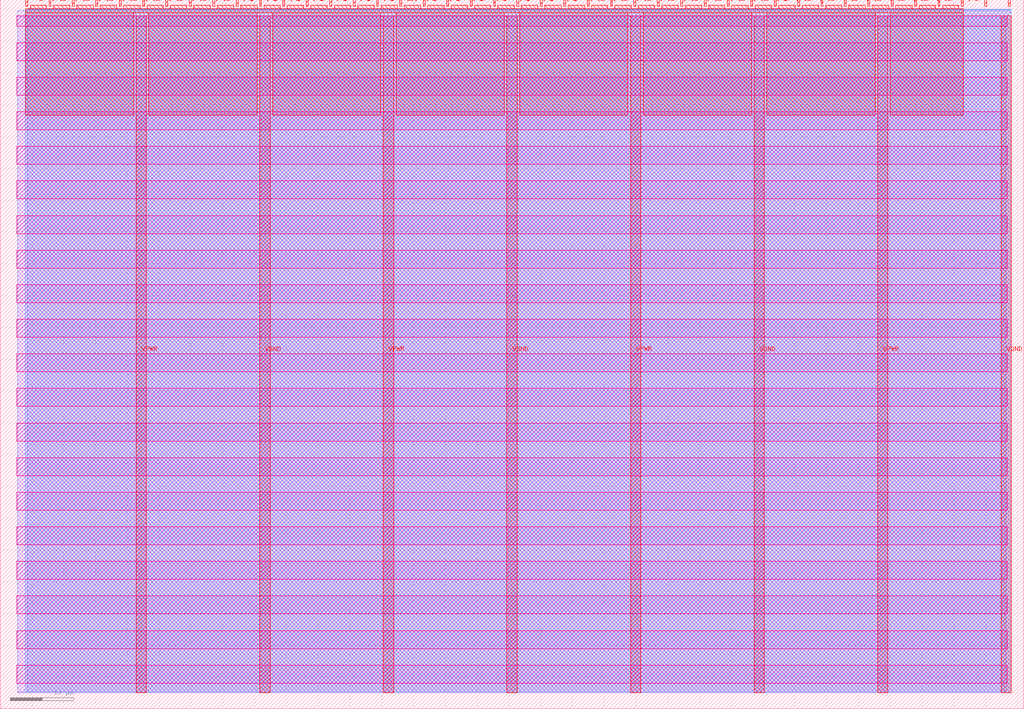
<source format=lef>
VERSION 5.7 ;
  NOWIREEXTENSIONATPIN ON ;
  DIVIDERCHAR "/" ;
  BUSBITCHARS "[]" ;
MACRO tt_um_BoothMulti_hhrb98
  CLASS BLOCK ;
  FOREIGN tt_um_BoothMulti_hhrb98 ;
  ORIGIN 0.000 0.000 ;
  SIZE 161.000 BY 111.520 ;
  PIN VGND
    DIRECTION INOUT ;
    USE GROUND ;
    PORT
      LAYER met4 ;
        RECT 40.830 2.480 42.430 109.040 ;
    END
    PORT
      LAYER met4 ;
        RECT 79.700 2.480 81.300 109.040 ;
    END
    PORT
      LAYER met4 ;
        RECT 118.570 2.480 120.170 109.040 ;
    END
    PORT
      LAYER met4 ;
        RECT 157.440 2.480 159.040 109.040 ;
    END
  END VGND
  PIN VPWR
    DIRECTION INOUT ;
    USE POWER ;
    PORT
      LAYER met4 ;
        RECT 21.395 2.480 22.995 109.040 ;
    END
    PORT
      LAYER met4 ;
        RECT 60.265 2.480 61.865 109.040 ;
    END
    PORT
      LAYER met4 ;
        RECT 99.135 2.480 100.735 109.040 ;
    END
    PORT
      LAYER met4 ;
        RECT 138.005 2.480 139.605 109.040 ;
    END
  END VPWR
  PIN clk
    DIRECTION INPUT ;
    USE SIGNAL ;
    PORT
      LAYER met4 ;
        RECT 154.870 110.520 155.170 111.520 ;
    END
  END clk
  PIN ena
    DIRECTION INPUT ;
    USE SIGNAL ;
    PORT
      LAYER met4 ;
        RECT 158.550 110.520 158.850 111.520 ;
    END
  END ena
  PIN rst_n
    DIRECTION INPUT ;
    USE SIGNAL ;
    ANTENNAGATEAREA 0.126000 ;
    PORT
      LAYER met4 ;
        RECT 151.190 110.520 151.490 111.520 ;
    END
  END rst_n
  PIN ui_in[0]
    DIRECTION INPUT ;
    USE SIGNAL ;
    ANTENNAGATEAREA 0.213000 ;
    PORT
      LAYER met4 ;
        RECT 147.510 110.520 147.810 111.520 ;
    END
  END ui_in[0]
  PIN ui_in[1]
    DIRECTION INPUT ;
    USE SIGNAL ;
    ANTENNAGATEAREA 0.213000 ;
    PORT
      LAYER met4 ;
        RECT 143.830 110.520 144.130 111.520 ;
    END
  END ui_in[1]
  PIN ui_in[2]
    DIRECTION INPUT ;
    USE SIGNAL ;
    ANTENNAGATEAREA 0.196500 ;
    PORT
      LAYER met4 ;
        RECT 140.150 110.520 140.450 111.520 ;
    END
  END ui_in[2]
  PIN ui_in[3]
    DIRECTION INPUT ;
    USE SIGNAL ;
    ANTENNAGATEAREA 0.196500 ;
    PORT
      LAYER met4 ;
        RECT 136.470 110.520 136.770 111.520 ;
    END
  END ui_in[3]
  PIN ui_in[4]
    DIRECTION INPUT ;
    USE SIGNAL ;
    ANTENNAGATEAREA 0.196500 ;
    PORT
      LAYER met4 ;
        RECT 132.790 110.520 133.090 111.520 ;
    END
  END ui_in[4]
  PIN ui_in[5]
    DIRECTION INPUT ;
    USE SIGNAL ;
    ANTENNAGATEAREA 0.213000 ;
    PORT
      LAYER met4 ;
        RECT 129.110 110.520 129.410 111.520 ;
    END
  END ui_in[5]
  PIN ui_in[6]
    DIRECTION INPUT ;
    USE SIGNAL ;
    ANTENNAGATEAREA 0.213000 ;
    PORT
      LAYER met4 ;
        RECT 125.430 110.520 125.730 111.520 ;
    END
  END ui_in[6]
  PIN ui_in[7]
    DIRECTION INPUT ;
    USE SIGNAL ;
    ANTENNAGATEAREA 0.213000 ;
    PORT
      LAYER met4 ;
        RECT 121.750 110.520 122.050 111.520 ;
    END
  END ui_in[7]
  PIN uio_in[0]
    DIRECTION INPUT ;
    USE SIGNAL ;
    PORT
      LAYER met4 ;
        RECT 118.070 110.520 118.370 111.520 ;
    END
  END uio_in[0]
  PIN uio_in[1]
    DIRECTION INPUT ;
    USE SIGNAL ;
    PORT
      LAYER met4 ;
        RECT 114.390 110.520 114.690 111.520 ;
    END
  END uio_in[1]
  PIN uio_in[2]
    DIRECTION INPUT ;
    USE SIGNAL ;
    PORT
      LAYER met4 ;
        RECT 110.710 110.520 111.010 111.520 ;
    END
  END uio_in[2]
  PIN uio_in[3]
    DIRECTION INPUT ;
    USE SIGNAL ;
    PORT
      LAYER met4 ;
        RECT 107.030 110.520 107.330 111.520 ;
    END
  END uio_in[3]
  PIN uio_in[4]
    DIRECTION INPUT ;
    USE SIGNAL ;
    PORT
      LAYER met4 ;
        RECT 103.350 110.520 103.650 111.520 ;
    END
  END uio_in[4]
  PIN uio_in[5]
    DIRECTION INPUT ;
    USE SIGNAL ;
    PORT
      LAYER met4 ;
        RECT 99.670 110.520 99.970 111.520 ;
    END
  END uio_in[5]
  PIN uio_in[6]
    DIRECTION INPUT ;
    USE SIGNAL ;
    PORT
      LAYER met4 ;
        RECT 95.990 110.520 96.290 111.520 ;
    END
  END uio_in[6]
  PIN uio_in[7]
    DIRECTION INPUT ;
    USE SIGNAL ;
    PORT
      LAYER met4 ;
        RECT 92.310 110.520 92.610 111.520 ;
    END
  END uio_in[7]
  PIN uio_oe[0]
    DIRECTION OUTPUT TRISTATE ;
    USE SIGNAL ;
    ANTENNADIFFAREA 0.445500 ;
    PORT
      LAYER met4 ;
        RECT 29.750 110.520 30.050 111.520 ;
    END
  END uio_oe[0]
  PIN uio_oe[1]
    DIRECTION OUTPUT TRISTATE ;
    USE SIGNAL ;
    PORT
      LAYER met4 ;
        RECT 26.070 110.520 26.370 111.520 ;
    END
  END uio_oe[1]
  PIN uio_oe[2]
    DIRECTION OUTPUT TRISTATE ;
    USE SIGNAL ;
    PORT
      LAYER met4 ;
        RECT 22.390 110.520 22.690 111.520 ;
    END
  END uio_oe[2]
  PIN uio_oe[3]
    DIRECTION OUTPUT TRISTATE ;
    USE SIGNAL ;
    PORT
      LAYER met4 ;
        RECT 18.710 110.520 19.010 111.520 ;
    END
  END uio_oe[3]
  PIN uio_oe[4]
    DIRECTION OUTPUT TRISTATE ;
    USE SIGNAL ;
    PORT
      LAYER met4 ;
        RECT 15.030 110.520 15.330 111.520 ;
    END
  END uio_oe[4]
  PIN uio_oe[5]
    DIRECTION OUTPUT TRISTATE ;
    USE SIGNAL ;
    PORT
      LAYER met4 ;
        RECT 11.350 110.520 11.650 111.520 ;
    END
  END uio_oe[5]
  PIN uio_oe[6]
    DIRECTION OUTPUT TRISTATE ;
    USE SIGNAL ;
    PORT
      LAYER met4 ;
        RECT 7.670 110.520 7.970 111.520 ;
    END
  END uio_oe[6]
  PIN uio_oe[7]
    DIRECTION OUTPUT TRISTATE ;
    USE SIGNAL ;
    PORT
      LAYER met4 ;
        RECT 3.990 110.520 4.290 111.520 ;
    END
  END uio_oe[7]
  PIN uio_out[0]
    DIRECTION OUTPUT TRISTATE ;
    USE SIGNAL ;
    ANTENNAGATEAREA 0.465000 ;
    ANTENNADIFFAREA 0.795200 ;
    PORT
      LAYER met4 ;
        RECT 59.190 110.520 59.490 111.520 ;
    END
  END uio_out[0]
  PIN uio_out[1]
    DIRECTION OUTPUT TRISTATE ;
    USE SIGNAL ;
    ANTENNAGATEAREA 0.213000 ;
    ANTENNADIFFAREA 1.524450 ;
    PORT
      LAYER met4 ;
        RECT 55.510 110.520 55.810 111.520 ;
    END
  END uio_out[1]
  PIN uio_out[2]
    DIRECTION OUTPUT TRISTATE ;
    USE SIGNAL ;
    ANTENNAGATEAREA 0.159000 ;
    ANTENNADIFFAREA 1.721000 ;
    PORT
      LAYER met4 ;
        RECT 51.830 110.520 52.130 111.520 ;
    END
  END uio_out[2]
  PIN uio_out[3]
    DIRECTION OUTPUT TRISTATE ;
    USE SIGNAL ;
    ANTENNAGATEAREA 0.159000 ;
    ANTENNADIFFAREA 1.721000 ;
    PORT
      LAYER met4 ;
        RECT 48.150 110.520 48.450 111.520 ;
    END
  END uio_out[3]
  PIN uio_out[4]
    DIRECTION OUTPUT TRISTATE ;
    USE SIGNAL ;
    ANTENNAGATEAREA 0.159000 ;
    ANTENNADIFFAREA 1.524450 ;
    PORT
      LAYER met4 ;
        RECT 44.470 110.520 44.770 111.520 ;
    END
  END uio_out[4]
  PIN uio_out[5]
    DIRECTION OUTPUT TRISTATE ;
    USE SIGNAL ;
    ANTENNAGATEAREA 0.159000 ;
    ANTENNADIFFAREA 1.721000 ;
    PORT
      LAYER met4 ;
        RECT 40.790 110.520 41.090 111.520 ;
    END
  END uio_out[5]
  PIN uio_out[6]
    DIRECTION OUTPUT TRISTATE ;
    USE SIGNAL ;
    ANTENNAGATEAREA 0.159000 ;
    ANTENNADIFFAREA 1.524450 ;
    PORT
      LAYER met4 ;
        RECT 37.110 110.520 37.410 111.520 ;
    END
  END uio_out[6]
  PIN uio_out[7]
    DIRECTION OUTPUT TRISTATE ;
    USE SIGNAL ;
    PORT
      LAYER met4 ;
        RECT 33.430 110.520 33.730 111.520 ;
    END
  END uio_out[7]
  PIN uo_out[0]
    DIRECTION OUTPUT TRISTATE ;
    USE SIGNAL ;
    ANTENNADIFFAREA 0.795200 ;
    PORT
      LAYER met4 ;
        RECT 88.630 110.520 88.930 111.520 ;
    END
  END uo_out[0]
  PIN uo_out[1]
    DIRECTION OUTPUT TRISTATE ;
    USE SIGNAL ;
    ANTENNADIFFAREA 0.795200 ;
    PORT
      LAYER met4 ;
        RECT 84.950 110.520 85.250 111.520 ;
    END
  END uo_out[1]
  PIN uo_out[2]
    DIRECTION OUTPUT TRISTATE ;
    USE SIGNAL ;
    ANTENNADIFFAREA 0.445500 ;
    PORT
      LAYER met4 ;
        RECT 81.270 110.520 81.570 111.520 ;
    END
  END uo_out[2]
  PIN uo_out[3]
    DIRECTION OUTPUT TRISTATE ;
    USE SIGNAL ;
    ANTENNADIFFAREA 0.445500 ;
    PORT
      LAYER met4 ;
        RECT 77.590 110.520 77.890 111.520 ;
    END
  END uo_out[3]
  PIN uo_out[4]
    DIRECTION OUTPUT TRISTATE ;
    USE SIGNAL ;
    ANTENNADIFFAREA 0.445500 ;
    PORT
      LAYER met4 ;
        RECT 73.910 110.520 74.210 111.520 ;
    END
  END uo_out[4]
  PIN uo_out[5]
    DIRECTION OUTPUT TRISTATE ;
    USE SIGNAL ;
    ANTENNADIFFAREA 0.445500 ;
    PORT
      LAYER met4 ;
        RECT 70.230 110.520 70.530 111.520 ;
    END
  END uo_out[5]
  PIN uo_out[6]
    DIRECTION OUTPUT TRISTATE ;
    USE SIGNAL ;
    ANTENNADIFFAREA 0.445500 ;
    PORT
      LAYER met4 ;
        RECT 66.550 110.520 66.850 111.520 ;
    END
  END uo_out[6]
  PIN uo_out[7]
    DIRECTION OUTPUT TRISTATE ;
    USE SIGNAL ;
    ANTENNADIFFAREA 0.445500 ;
    PORT
      LAYER met4 ;
        RECT 62.870 110.520 63.170 111.520 ;
    END
  END uo_out[7]
  OBS
      LAYER nwell ;
        RECT 2.570 107.385 158.430 108.990 ;
        RECT 2.570 101.945 158.430 104.775 ;
        RECT 2.570 96.505 158.430 99.335 ;
        RECT 2.570 91.065 158.430 93.895 ;
        RECT 2.570 85.625 158.430 88.455 ;
        RECT 2.570 80.185 158.430 83.015 ;
        RECT 2.570 74.745 158.430 77.575 ;
        RECT 2.570 69.305 158.430 72.135 ;
        RECT 2.570 63.865 158.430 66.695 ;
        RECT 2.570 58.425 158.430 61.255 ;
        RECT 2.570 52.985 158.430 55.815 ;
        RECT 2.570 47.545 158.430 50.375 ;
        RECT 2.570 42.105 158.430 44.935 ;
        RECT 2.570 36.665 158.430 39.495 ;
        RECT 2.570 31.225 158.430 34.055 ;
        RECT 2.570 25.785 158.430 28.615 ;
        RECT 2.570 20.345 158.430 23.175 ;
        RECT 2.570 14.905 158.430 17.735 ;
        RECT 2.570 9.465 158.430 12.295 ;
        RECT 2.570 4.025 158.430 6.855 ;
      LAYER li1 ;
        RECT 2.760 2.635 158.240 108.885 ;
      LAYER met1 ;
        RECT 2.760 2.480 159.040 109.780 ;
      LAYER met2 ;
        RECT 4.230 2.535 159.010 110.005 ;
      LAYER met3 ;
        RECT 3.950 2.555 159.030 109.985 ;
      LAYER met4 ;
        RECT 4.690 110.120 7.270 110.650 ;
        RECT 8.370 110.120 10.950 110.650 ;
        RECT 12.050 110.120 14.630 110.650 ;
        RECT 15.730 110.120 18.310 110.650 ;
        RECT 19.410 110.120 21.990 110.650 ;
        RECT 23.090 110.120 25.670 110.650 ;
        RECT 26.770 110.120 29.350 110.650 ;
        RECT 30.450 110.120 33.030 110.650 ;
        RECT 34.130 110.120 36.710 110.650 ;
        RECT 37.810 110.120 40.390 110.650 ;
        RECT 41.490 110.120 44.070 110.650 ;
        RECT 45.170 110.120 47.750 110.650 ;
        RECT 48.850 110.120 51.430 110.650 ;
        RECT 52.530 110.120 55.110 110.650 ;
        RECT 56.210 110.120 58.790 110.650 ;
        RECT 59.890 110.120 62.470 110.650 ;
        RECT 63.570 110.120 66.150 110.650 ;
        RECT 67.250 110.120 69.830 110.650 ;
        RECT 70.930 110.120 73.510 110.650 ;
        RECT 74.610 110.120 77.190 110.650 ;
        RECT 78.290 110.120 80.870 110.650 ;
        RECT 81.970 110.120 84.550 110.650 ;
        RECT 85.650 110.120 88.230 110.650 ;
        RECT 89.330 110.120 91.910 110.650 ;
        RECT 93.010 110.120 95.590 110.650 ;
        RECT 96.690 110.120 99.270 110.650 ;
        RECT 100.370 110.120 102.950 110.650 ;
        RECT 104.050 110.120 106.630 110.650 ;
        RECT 107.730 110.120 110.310 110.650 ;
        RECT 111.410 110.120 113.990 110.650 ;
        RECT 115.090 110.120 117.670 110.650 ;
        RECT 118.770 110.120 121.350 110.650 ;
        RECT 122.450 110.120 125.030 110.650 ;
        RECT 126.130 110.120 128.710 110.650 ;
        RECT 129.810 110.120 132.390 110.650 ;
        RECT 133.490 110.120 136.070 110.650 ;
        RECT 137.170 110.120 139.750 110.650 ;
        RECT 140.850 110.120 143.430 110.650 ;
        RECT 144.530 110.120 147.110 110.650 ;
        RECT 148.210 110.120 150.790 110.650 ;
        RECT 3.975 109.440 151.505 110.120 ;
        RECT 3.975 93.335 20.995 109.440 ;
        RECT 23.395 93.335 40.430 109.440 ;
        RECT 42.830 93.335 59.865 109.440 ;
        RECT 62.265 93.335 79.300 109.440 ;
        RECT 81.700 93.335 98.735 109.440 ;
        RECT 101.135 93.335 118.170 109.440 ;
        RECT 120.570 93.335 137.605 109.440 ;
        RECT 140.005 93.335 151.505 109.440 ;
  END
END tt_um_BoothMulti_hhrb98
END LIBRARY


</source>
